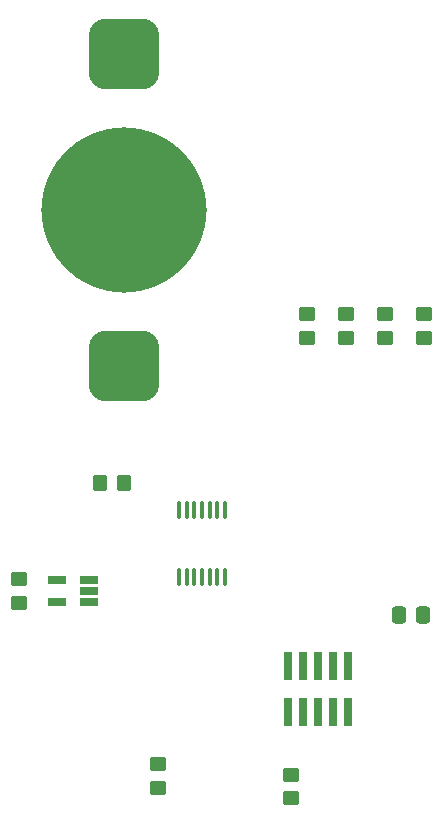
<source format=gbr>
%TF.GenerationSoftware,KiCad,Pcbnew,(6.0.0)*%
%TF.CreationDate,2022-10-14T23:46:23+01:00*%
%TF.ProjectId,MIDIPresetController,4d494449-5072-4657-9365-74436f6e7472,rev?*%
%TF.SameCoordinates,Original*%
%TF.FileFunction,Paste,Top*%
%TF.FilePolarity,Positive*%
%FSLAX46Y46*%
G04 Gerber Fmt 4.6, Leading zero omitted, Abs format (unit mm)*
G04 Created by KiCad (PCBNEW (6.0.0)) date 2022-10-14 23:46:23*
%MOMM*%
%LPD*%
G01*
G04 APERTURE LIST*
G04 Aperture macros list*
%AMRoundRect*
0 Rectangle with rounded corners*
0 $1 Rounding radius*
0 $2 $3 $4 $5 $6 $7 $8 $9 X,Y pos of 4 corners*
0 Add a 4 corners polygon primitive as box body*
4,1,4,$2,$3,$4,$5,$6,$7,$8,$9,$2,$3,0*
0 Add four circle primitives for the rounded corners*
1,1,$1+$1,$2,$3*
1,1,$1+$1,$4,$5*
1,1,$1+$1,$6,$7*
1,1,$1+$1,$8,$9*
0 Add four rect primitives between the rounded corners*
20,1,$1+$1,$2,$3,$4,$5,0*
20,1,$1+$1,$4,$5,$6,$7,0*
20,1,$1+$1,$6,$7,$8,$9,0*
20,1,$1+$1,$8,$9,$2,$3,0*%
G04 Aperture macros list end*
%ADD10RoundRect,0.250000X0.350000X0.450000X-0.350000X0.450000X-0.350000X-0.450000X0.350000X-0.450000X0*%
%ADD11RoundRect,0.250000X-0.450000X0.350000X-0.450000X-0.350000X0.450000X-0.350000X0.450000X0.350000X0*%
%ADD12RoundRect,1.500000X1.500000X-1.500000X1.500000X1.500000X-1.500000X1.500000X-1.500000X-1.500000X0*%
%ADD13C,14.000000*%
%ADD14R,1.560000X0.650000*%
%ADD15RoundRect,0.100000X-0.100000X0.637500X-0.100000X-0.637500X0.100000X-0.637500X0.100000X0.637500X0*%
%ADD16RoundRect,0.250000X0.450000X-0.350000X0.450000X0.350000X-0.450000X0.350000X-0.450000X-0.350000X0*%
%ADD17RoundRect,0.250000X0.337500X0.475000X-0.337500X0.475000X-0.337500X-0.475000X0.337500X-0.475000X0*%
%ADD18R,0.740000X2.400000*%
G04 APERTURE END LIST*
D10*
%TO.C,R9*%
X133080000Y-102616000D03*
X131080000Y-102616000D03*
%TD*%
D11*
%TO.C,R7*%
X151892000Y-88281000D03*
X151892000Y-90281000D03*
%TD*%
D12*
%TO.C,BT1*%
X133146800Y-66287029D03*
X133146800Y-92703029D03*
D13*
X133146800Y-79495029D03*
%TD*%
D14*
%TO.C,U1*%
X130122446Y-112674044D03*
X130122446Y-111724044D03*
X130122446Y-110774044D03*
X127422446Y-110774044D03*
X127422446Y-112674044D03*
%TD*%
D15*
%TO.C,U2*%
X141650000Y-104833500D03*
X141000000Y-104833500D03*
X140350000Y-104833500D03*
X139700000Y-104833500D03*
X139050000Y-104833500D03*
X138400000Y-104833500D03*
X137750000Y-104833500D03*
X137750000Y-110558500D03*
X138400000Y-110558500D03*
X139050000Y-110558500D03*
X139700000Y-110558500D03*
X140350000Y-110558500D03*
X141000000Y-110558500D03*
X141650000Y-110558500D03*
%TD*%
D11*
%TO.C,R4*%
X155194000Y-88281000D03*
X155194000Y-90281000D03*
%TD*%
D16*
%TO.C,R6*%
X147253000Y-129265388D03*
X147253000Y-127265388D03*
%TD*%
D11*
%TO.C,R5*%
X136017000Y-126381000D03*
X136017000Y-128381000D03*
%TD*%
%TO.C,R3*%
X158496000Y-88281000D03*
X158496000Y-90281000D03*
%TD*%
D17*
%TO.C,C1*%
X158441300Y-113741200D03*
X156366300Y-113741200D03*
%TD*%
D11*
%TO.C,R1*%
X124200446Y-110724044D03*
X124200446Y-112724044D03*
%TD*%
D18*
%TO.C,J3*%
X147015200Y-121965000D03*
X147015200Y-118065000D03*
X148285200Y-121965000D03*
X148285200Y-118065000D03*
X149555200Y-121965000D03*
X149555200Y-118065000D03*
X150825200Y-121965000D03*
X150825200Y-118065000D03*
X152095200Y-121965000D03*
X152095200Y-118065000D03*
%TD*%
D11*
%TO.C,R8*%
X148590000Y-88281000D03*
X148590000Y-90281000D03*
%TD*%
M02*

</source>
